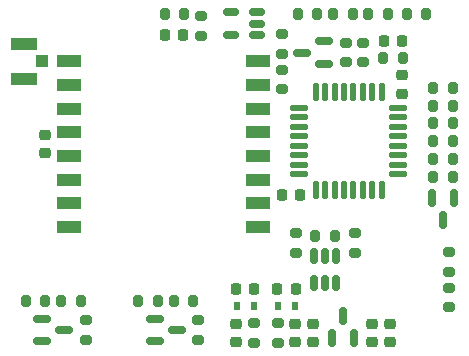
<source format=gbr>
%TF.GenerationSoftware,KiCad,Pcbnew,(6.0.6)*%
%TF.CreationDate,2022-10-17T00:58:35+02:00*%
%TF.ProjectId,Spanner,5370616e-6e65-4722-9e6b-696361645f70,rev?*%
%TF.SameCoordinates,Original*%
%TF.FileFunction,Paste,Top*%
%TF.FilePolarity,Positive*%
%FSLAX46Y46*%
G04 Gerber Fmt 4.6, Leading zero omitted, Abs format (unit mm)*
G04 Created by KiCad (PCBNEW (6.0.6)) date 2022-10-17 00:58:35*
%MOMM*%
%LPD*%
G01*
G04 APERTURE LIST*
G04 Aperture macros list*
%AMRoundRect*
0 Rectangle with rounded corners*
0 $1 Rounding radius*
0 $2 $3 $4 $5 $6 $7 $8 $9 X,Y pos of 4 corners*
0 Add a 4 corners polygon primitive as box body*
4,1,4,$2,$3,$4,$5,$6,$7,$8,$9,$2,$3,0*
0 Add four circle primitives for the rounded corners*
1,1,$1+$1,$2,$3*
1,1,$1+$1,$4,$5*
1,1,$1+$1,$6,$7*
1,1,$1+$1,$8,$9*
0 Add four rect primitives between the rounded corners*
20,1,$1+$1,$2,$3,$4,$5,0*
20,1,$1+$1,$4,$5,$6,$7,0*
20,1,$1+$1,$6,$7,$8,$9,0*
20,1,$1+$1,$8,$9,$2,$3,0*%
G04 Aperture macros list end*
%ADD10RoundRect,0.200000X-0.200000X-0.275000X0.200000X-0.275000X0.200000X0.275000X-0.200000X0.275000X0*%
%ADD11RoundRect,0.200000X-0.275000X0.200000X-0.275000X-0.200000X0.275000X-0.200000X0.275000X0.200000X0*%
%ADD12RoundRect,0.150000X-0.587500X-0.150000X0.587500X-0.150000X0.587500X0.150000X-0.587500X0.150000X0*%
%ADD13RoundRect,0.225000X0.225000X0.250000X-0.225000X0.250000X-0.225000X-0.250000X0.225000X-0.250000X0*%
%ADD14RoundRect,0.200000X0.275000X-0.200000X0.275000X0.200000X-0.275000X0.200000X-0.275000X-0.200000X0*%
%ADD15R,0.600000X0.700000*%
%ADD16RoundRect,0.200000X0.200000X0.275000X-0.200000X0.275000X-0.200000X-0.275000X0.200000X-0.275000X0*%
%ADD17RoundRect,0.150000X0.150000X-0.587500X0.150000X0.587500X-0.150000X0.587500X-0.150000X-0.587500X0*%
%ADD18RoundRect,0.150000X0.587500X0.150000X-0.587500X0.150000X-0.587500X-0.150000X0.587500X-0.150000X0*%
%ADD19R,2.000000X1.000000*%
%ADD20RoundRect,0.218750X0.256250X-0.218750X0.256250X0.218750X-0.256250X0.218750X-0.256250X-0.218750X0*%
%ADD21RoundRect,0.225000X0.250000X-0.225000X0.250000X0.225000X-0.250000X0.225000X-0.250000X-0.225000X0*%
%ADD22RoundRect,0.150000X0.512500X0.150000X-0.512500X0.150000X-0.512500X-0.150000X0.512500X-0.150000X0*%
%ADD23RoundRect,0.150000X-0.150000X0.512500X-0.150000X-0.512500X0.150000X-0.512500X0.150000X0.512500X0*%
%ADD24RoundRect,0.218750X-0.256250X0.218750X-0.256250X-0.218750X0.256250X-0.218750X0.256250X0.218750X0*%
%ADD25RoundRect,0.150000X-0.150000X0.587500X-0.150000X-0.587500X0.150000X-0.587500X0.150000X0.587500X0*%
%ADD26RoundRect,0.225000X-0.250000X0.225000X-0.250000X-0.225000X0.250000X-0.225000X0.250000X0.225000X0*%
%ADD27RoundRect,0.125000X-0.125000X0.625000X-0.125000X-0.625000X0.125000X-0.625000X0.125000X0.625000X0*%
%ADD28RoundRect,0.125000X-0.625000X0.125000X-0.625000X-0.125000X0.625000X-0.125000X0.625000X0.125000X0*%
%ADD29RoundRect,0.218750X-0.218750X-0.256250X0.218750X-0.256250X0.218750X0.256250X-0.218750X0.256250X0*%
%ADD30R,1.050000X1.000000*%
%ADD31R,2.200000X1.050000*%
G04 APERTURE END LIST*
D10*
%TO.C,R10*%
X82175000Y-121750000D03*
X83825000Y-121750000D03*
%TD*%
D11*
%TO.C,R20*%
X109250000Y-99925000D03*
X109250000Y-101575000D03*
%TD*%
D12*
%TO.C,Q3*%
X93062500Y-123300000D03*
X93062500Y-125200000D03*
X94937500Y-124250000D03*
%TD*%
D10*
%TO.C,R4*%
X116675000Y-103750000D03*
X118325000Y-103750000D03*
%TD*%
D13*
%TO.C,C1*%
X105415501Y-112797137D03*
X103865501Y-112797137D03*
%TD*%
D10*
%TO.C,R24*%
X116675000Y-109750000D03*
X118325000Y-109750000D03*
%TD*%
D14*
%TO.C,R5*%
X97000000Y-99325000D03*
X97000000Y-97675000D03*
%TD*%
D15*
%TO.C,D4*%
X103525000Y-122250000D03*
X104925000Y-122250000D03*
%TD*%
D11*
%TO.C,R1k1*%
X87250000Y-123425000D03*
X87250000Y-125075000D03*
%TD*%
D15*
%TO.C,D5*%
X101475000Y-122250000D03*
X100075000Y-122250000D03*
%TD*%
D12*
%TO.C,Q1*%
X83562500Y-123300000D03*
X83562500Y-125200000D03*
X85437500Y-124250000D03*
%TD*%
D10*
%TO.C,R18*%
X114425000Y-97500000D03*
X116075000Y-97500000D03*
%TD*%
D13*
%TO.C,C6*%
X105000000Y-120750000D03*
X103450000Y-120750000D03*
%TD*%
D10*
%TO.C,R23*%
X116675000Y-111250000D03*
X118325000Y-111250000D03*
%TD*%
D16*
%TO.C,R11*%
X95575000Y-97500000D03*
X93925000Y-97500000D03*
%TD*%
%TO.C,R25*%
X118325000Y-105250000D03*
X116675000Y-105250000D03*
%TD*%
D17*
%TO.C,U5*%
X108050000Y-124937500D03*
X109950000Y-124937500D03*
X109000000Y-123062500D03*
%TD*%
D11*
%TO.C,R7*%
X105000000Y-116062500D03*
X105000000Y-117712500D03*
%TD*%
D18*
%TO.C,Q5*%
X107437500Y-101700000D03*
X107437500Y-99800000D03*
X105562500Y-100750000D03*
%TD*%
D11*
%TO.C,R14*%
X96765000Y-123425000D03*
X96765000Y-125075000D03*
%TD*%
D19*
%TO.C,U4*%
X101830000Y-115500000D03*
X101830000Y-113500000D03*
X101830000Y-111500000D03*
X101830000Y-109500000D03*
X101830000Y-107500000D03*
X101830000Y-105500000D03*
X101830000Y-103500000D03*
X101830000Y-101500000D03*
X85830000Y-101500000D03*
X85830000Y-103500000D03*
X85830000Y-105500000D03*
X85830000Y-107500000D03*
X85830000Y-109500000D03*
X85830000Y-111500000D03*
X85830000Y-113500000D03*
X85830000Y-115500000D03*
%TD*%
D13*
%TO.C,C7*%
X101500000Y-120750000D03*
X99950000Y-120750000D03*
%TD*%
D20*
%TO.C,D6*%
X99975000Y-125287500D03*
X99975000Y-123712500D03*
%TD*%
D21*
%TO.C,C3*%
X111500000Y-125275000D03*
X111500000Y-123725000D03*
%TD*%
D11*
%TO.C,R28*%
X103834610Y-99213364D03*
X103834610Y-100863364D03*
%TD*%
D22*
%TO.C,U6*%
X101775000Y-99250000D03*
X101775000Y-98300000D03*
X101775000Y-97350000D03*
X99500000Y-97350000D03*
X99500000Y-99250000D03*
%TD*%
D16*
%TO.C,R12*%
X96325000Y-121750000D03*
X94675000Y-121750000D03*
%TD*%
%TO.C,R9*%
X86825000Y-121750000D03*
X85175000Y-121750000D03*
%TD*%
D14*
%TO.C,R15*%
X103475000Y-125325000D03*
X103475000Y-123675000D03*
%TD*%
D10*
%TO.C,R17*%
X111175000Y-97500000D03*
X112825000Y-97500000D03*
%TD*%
%TO.C,R13*%
X91675000Y-121750000D03*
X93325000Y-121750000D03*
%TD*%
D23*
%TO.C,U2*%
X108450000Y-118000000D03*
X107500000Y-118000000D03*
X106550000Y-118000000D03*
X106550000Y-120275000D03*
X107500000Y-120275000D03*
X108450000Y-120275000D03*
%TD*%
D16*
%TO.C,R22*%
X106825000Y-97500000D03*
X105175000Y-97500000D03*
%TD*%
D24*
%TO.C,D2*%
X113000000Y-123712500D03*
X113000000Y-125287500D03*
%TD*%
D25*
%TO.C,Q6*%
X118450000Y-113062500D03*
X116550000Y-113062500D03*
X117500000Y-114937500D03*
%TD*%
D10*
%TO.C,R27*%
X116675000Y-106750000D03*
X118325000Y-106750000D03*
%TD*%
D16*
%TO.C,R1*%
X114066529Y-101241767D03*
X112416529Y-101241767D03*
%TD*%
D11*
%TO.C,R3*%
X118000000Y-117675000D03*
X118000000Y-119325000D03*
%TD*%
D14*
%TO.C,R19*%
X110750000Y-101575000D03*
X110750000Y-99925000D03*
%TD*%
D20*
%TO.C,D3*%
X104975000Y-125287500D03*
X104975000Y-123712500D03*
%TD*%
D16*
%TO.C,R26*%
X118325000Y-108250000D03*
X116675000Y-108250000D03*
%TD*%
%TO.C,R6*%
X108325000Y-116250000D03*
X106675000Y-116250000D03*
%TD*%
D11*
%TO.C,R29*%
X103827568Y-102197638D03*
X103827568Y-103847638D03*
%TD*%
D26*
%TO.C,C8*%
X106500000Y-123725000D03*
X106500000Y-125275000D03*
%TD*%
D27*
%TO.C,U1*%
X112300000Y-104075000D03*
X111500000Y-104075000D03*
X110700000Y-104075000D03*
X109900000Y-104075000D03*
X109100000Y-104075000D03*
X108300000Y-104075000D03*
X107500000Y-104075000D03*
X106700000Y-104075000D03*
D28*
X105325000Y-105450000D03*
X105325000Y-106250000D03*
X105325000Y-107050000D03*
X105325000Y-107850000D03*
X105325000Y-108650000D03*
X105325000Y-109450000D03*
X105325000Y-110250000D03*
X105325000Y-111050000D03*
D27*
X106700000Y-112425000D03*
X107500000Y-112425000D03*
X108300000Y-112425000D03*
X109100000Y-112425000D03*
X109900000Y-112425000D03*
X110700000Y-112425000D03*
X111500000Y-112425000D03*
X112300000Y-112425000D03*
D28*
X113675000Y-111050000D03*
X113675000Y-110250000D03*
X113675000Y-109450000D03*
X113675000Y-108650000D03*
X113675000Y-107850000D03*
X113675000Y-107050000D03*
X113675000Y-106250000D03*
X113675000Y-105450000D03*
%TD*%
D13*
%TO.C,C4*%
X114016529Y-99741767D03*
X112466529Y-99741767D03*
%TD*%
D29*
%TO.C,D1*%
X93925000Y-99250000D03*
X95500000Y-99250000D03*
%TD*%
D30*
%TO.C,AE1*%
X83550000Y-101500000D03*
D31*
X82025000Y-100025000D03*
X82025000Y-102975000D03*
%TD*%
D26*
%TO.C,C5*%
X83750000Y-107725000D03*
X83750000Y-109275000D03*
%TD*%
D11*
%TO.C,R8*%
X110000000Y-116062500D03*
X110000000Y-117712500D03*
%TD*%
D16*
%TO.C,R21*%
X109825000Y-97500000D03*
X108175000Y-97500000D03*
%TD*%
D26*
%TO.C,C2*%
X113989828Y-102684189D03*
X113989828Y-104234189D03*
%TD*%
D14*
%TO.C,R16*%
X101475000Y-125325000D03*
X101475000Y-123675000D03*
%TD*%
%TO.C,R2*%
X118000000Y-122325000D03*
X118000000Y-120675000D03*
%TD*%
M02*

</source>
